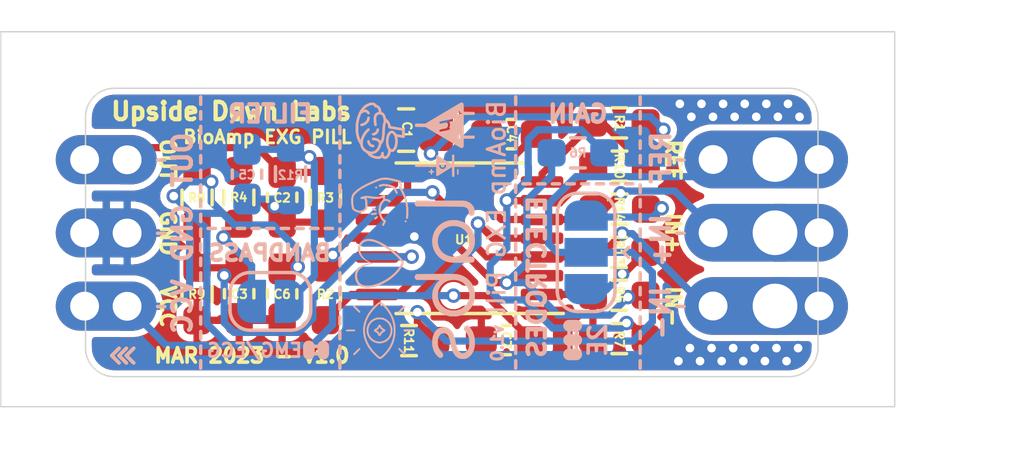
<source format=kicad_pcb>
(kicad_pcb (version 20240108) (generator "pcbnew") (generator_version "8.0")
  (title_block (title "BioAmp EXG Pill") (date "2023-04-27") (rev "1.0") (company "Upside Down Labs") (comment 1 "Records EMG, ECG, EOG, and EEG") (comment 2 "5v compatible EXG Hardware") (comment 3 "Single chip Biopotential amplifier") (comment 4 "Quad-OpAmp based BioAmp"))
  (layers (0 "F.Cu" signal) (31 "B.Cu" signal) (34 "B.Paste" user) (35 "F.Paste" user) (36 "B.SilkS" user "B.Silkscreen") (37 "F.SilkS" user "F.Silkscreen") (38 "B.Mask" user) (39 "F.Mask" user) (44 "Edge.Cuts" user))
  (net 0 "")
  (net 1 "VCC")
  (net 2 "GND")
  (net 3 "bpfOUT")
  (net 4 "DRL")
  (net 5 "ampRef")
  (net 6 "inaOUT")
  (net 7 "IN+")
  (net 8 "IN-")
  (net 9 "Net-(JP1-Pad1)")
  (net 10 "bpfIN")
  (net 11 "Net-(JP2-Pad1)")
  (net 12 "Net-(C1-Pad2)")
  (net 13 "Net-(C3-Pad1)")
  (net 14 "Net-(JP2-Pad3)")
  (net 15 "Net-(R5-Pad1)")
  (net 16 "Net-(R2-Pad1)")
  (net 17 "Net-(R10-Pad2)")
  (footprint "Capacitor_SMD:C_0805_2012Metric_Pad1.18x1.45mm_HandSolder" (layer "F.Cu") (at 122.059 90.91)
    (property "Reference" "C1")
    (property "Value" "47uF")
  )
  (footprint "Capacitor_SMD:C_0603_1608Metric_Pad1.08x0.95mm_HandSolder" (layer "F.Cu") (at 117.759 93.24 -90)
    (property "Reference" "C2")
    (property "Value" "1nF")
  )
  (footprint "Capacitor_SMD:C_0603_1608Metric_Pad1.08x0.95mm_HandSolder" (layer "F.Cu") (at 116.2685 96.5835 -90)
    (property "Reference" "C3")
    (property "Value" "10uF")
  )
  (footprint "Connector_PinHeader_2.54mm:PinHeader_1x03_P2.54mm_Vertical" (layer "F.Cu") (at 132.7023 91.93)
    (property "Reference" "J2" (hide yes))
    (property "Value" "BioAmp Input" (hide yes))
  )
  (footprint "Resistor_SMD:R_0603_1608Metric_Pad0.98x0.95mm_HandSolder" (layer "F.Cu") (at 119.259 96.59 -90)
    (property "Reference" "R2")
    (property "Value" "220K")
  )
  (footprint "Resistor_SMD:R_0603_1608Metric_Pad0.98x0.95mm_HandSolder" (layer "F.Cu") (at 129.449 96.64)
    (property "Reference" "R5")
    (property "Value" "22K")
  )
  (footprint "Resistor_SMD:R_0603_1608Metric_Pad0.98x0.95mm_HandSolder" (layer "F.Cu") (at 129.449 98.14 180)
    (property "Reference" "R7")
    (property "Value" "22K")
  )
  (footprint "Resistor_SMD:R_0603_1608Metric_Pad0.98x0.95mm_HandSolder" (layer "F.Cu") (at 129.459 92.16 180)
    (property "Reference" "R10")
    (property "Value" "220K")
  )
  (footprint "Resistor_SMD:R_0603_1608Metric_Pad0.98x0.95mm_HandSolder" (layer "F.Cu") (at 129.449 90.66 180)
    (property "Reference" "R1")
    (property "Value" "1K" (hide yes))
  )
  (footprint "Resistor_SMD:R_0603_1608Metric_Pad0.98x0.95mm_HandSolder" (layer "F.Cu") (at 119.259 93.24 -90)
    (property "Reference" "R3")
    (property "Value" "1M")
  )
  (footprint "Resistor_SMD:R_0603_1608Metric_Pad0.98x0.95mm_HandSolder" (layer "F.Cu") (at 114.808 93.2453 90)
    (property "Reference" "R8")
    (property "Value" "1M")
  )
  (footprint "Resistor_SMD:R_0603_1608Metric_Pad0.98x0.95mm_HandSolder" (layer "F.Cu") (at 114.808 96.5962 90)
    (property "Reference" "R9")
    (property "Value" "1M")
  )
  (footprint "Capacitor_SMD:C_0603_1608Metric_Pad1.08x0.95mm_HandSolder" (layer "F.Cu") (at 125.529 98.19)
    (property "Reference" "C7")
    (property "Value" "10uF" (hide yes))
  )
  (footprint "Capacitor_SMD:C_0603_1608Metric_Pad1.08x0.95mm_HandSolder" (layer "F.Cu") (at 117.759 96.59 90)
    (property "Reference" "C6")
    (property "Value" "100nF")
  )
  (footprint "Connector_PinHeader_2.54mm:PinHeader_1x03_P2.54mm_Vertical" (layer "F.Cu") (at 112.3828 91.94)
    (property "Reference" "J1" (hide yes))
    (property "Value" "BioAmp Output" (hide yes))
  )
  (footprint "Resistor_SMD:R_0603_1608Metric_Pad0.98x0.95mm_HandSolder" (layer "F.Cu") (at 122.159 98.21 180)
    (property "Reference" "R11")
    (property "Value" "0R")
  )
  (footprint "Package_SO:TSSOP-14_4.4x5mm_P0.65mm" (layer "F.Cu") (at 123.909 94.66 180)
    (property "Reference" "U1")
    (property "Value" "Amp")
  )
  (footprint "Connector_PinHeader_2.54mm:PinHeader_1x03_P2.54mm_Vertical" (layer "F.Cu") (at 110.9091 91.9353)
    (property "Reference" "J1" (hide yes))
    (property "Value" "BioAmp Output" (hide yes))
  )
  (footprint "Connector_PinHeader_2.54mm:PinHeader_1x03_P2.54mm_Vertical" (layer "F.Cu") (at 136.38 91.93)
    (property "Reference" "J2" (hide yes))
    (property "Value" "BioAmp Input" (hide yes))
  )
  (footprint "Resistor_SMD:R_0603_1608Metric_Pad0.98x0.95mm_HandSolder" (layer "F.Cu") (at 129.4638 93.6498)
    (property "Reference" "R14")
    (property "Value" "1M")
  )
  (footprint "Resistor_SMD:R_0603_1608Metric_Pad0.98x0.95mm_HandSolder" (layer "F.Cu") (at 129.4403 95.1484 180)
    (property "Reference" "R13")
    (property "Value" "1M")
  )
  (footprint "Capacitor_SMD:C_0603_1608Metric_Pad1.08x0.95mm_HandSolder" (layer "F.Cu") (at 125.709 91.05 180)
    (property "Reference" "C4")
    (property "Value" "1nF")
  )
  (footprint "Connector_PinHeader_2.54mm:PinHeader_1x03_P2.54mm_Vertical" (layer "F.Cu") (at 134.85 91.93)
    (property "Reference" "J2" (hide yes))
    (property "Value" "BioAmp Input" (hide yes))
  )
  (footprint "Resistor_SMD:R_0603_1608Metric_Pad0.98x0.95mm_HandSolder" (layer "F.Cu") (at 116.2558 93.2434 90)
    (property "Reference" "R4")
    (property "Value" "220K")
  )
  (footprint "Resistor_SMD:R_0603_1608Metric_Pad0.98x0.95mm_HandSolder" (layer "B.Cu") (at 128.016 91.7 180)
    (property "Reference" "R6")
    (property "Value" "RG")
  )
  (footprint "Jumper:SolderJumper-3_P1.3mm_Open_RoundedPad1.0x1.5mm" (layer "B.Cu") (at 128.3 95.15 90)
    (property "Reference" "JP2" (hide yes))
    (property "Value" "SolderJumper_3_Open" (hide yes))
  )
  (footprint "Capacitor_SMD:C_0603_1608Metric_Pad1.08x0.95mm_HandSolder" (layer "B.Cu") (at 116.54 92.44 -90)
    (property "Reference" "C5")
    (property "Value" "BPFC_C")
  )
  (footprint "Jumper:SolderJumper-2_P1.3mm_Open_RoundedPad1.0x1.5mm" (layer "B.Cu") (at 117.35 96.85)
    (property "Reference" "JP1" (hide yes))
    (property "Value" "SolderJumper_2_Open" (hide yes))
  )
  (footprint "Resistor_SMD:R_0603_1608Metric_Pad0.98x0.95mm_HandSolder" (layer "B.Cu") (at 118.05 92.4325 -90)
    (property "Reference" "R12")
    (property "Value" "BPFC_R")
  )
  (footprint "udlabs:EXG" (layer "B.Cu") (at 122.2 94.4 -90)
    (property "Reference" "U2" (hide yes))
    (property "Value" "LOGO_UDLABS" (hide yes))
  )
  (gr_line (start 112.1029 98.7298) (end 112.3569 98.4758) (stroke (width 0.12)) (layer "B.SilkS"))
  (gr_line (start 112.3569 98.9838) (end 112.1029 98.7298) (stroke (width 0.12)) (layer "B.SilkS"))
  (gr_line (start 111.8489 98.7298) (end 112.1029 98.4758) (stroke (width 0.12)) (layer "B.SilkS"))
  (gr_line (start 112.1029 98.9838) (end 111.8489 98.7298) (stroke (width 0.12)) (layer "B.SilkS"))
  (gr_line (start 112.6109 98.9838) (end 112.3569 98.7298) (stroke (width 0.12)) (layer "B.SilkS"))
  (gr_line (start 112.3569 98.7298) (end 112.6109 98.4758) (stroke (width 0.12)) (layer "B.SilkS"))
  (gr_line (start 114.935 89.7636) (end 114.935 90.0176) (stroke (width 0.12)) (layer "B.SilkS"))
  (gr_line (start 114.935 90.7796) (end 114.935 91.0336) (stroke (width 0.12)) (layer "B.SilkS"))
  (gr_line (start 114.935 90.2716) (end 114.935 90.5256) (stroke (width 0.12)) (layer "B.SilkS"))
  (gr_line (start 114.935 91.7956) (end 114.935 92.0496) (stroke (width 0.12)) (layer "B.SilkS"))
  (gr_line (start 114.935 91.2876) (end 114.935 91.5416) (stroke (width 0.12)) (layer "B.SilkS"))
  (gr_line (start 114.935 92.8116) (end 114.935 93.0656) (stroke (width 0.12)) (layer "B.SilkS"))
  (gr_line (start 114.935 92.3036) (end 114.935 92.5576) (stroke (width 0.12)) (layer "B.SilkS"))
  (gr_line (start 114.935 93.8276) (end 114.935 94.0816) (stroke (width 0.12)) (layer "B.SilkS"))
  (gr_line (start 114.935 95.8596) (end 114.935 96.1136) (stroke (width 0.12)) (layer "B.SilkS"))
  (gr_line (start 114.935 95.3516) (end 114.935 95.6056) (stroke (width 0.12)) (layer "B.SilkS"))
  (gr_line (start 114.935 96.8756) (end 114.935 97.1296) (stroke (width 0.12)) (layer "B.SilkS"))
  (gr_line (start 114.935 93.3196) (end 114.935 93.5736) (stroke (width 0.12)) (layer "B.SilkS"))
  (gr_line (start 114.935 96.3676) (end 114.935 96.6216) (stroke (width 0.12)) (layer "B.SilkS"))
  (gr_line (start 114.935 94.8436) (end 114.935 95.0976) (stroke (width 0.12)) (layer "B.SilkS"))
  (gr_line (start 114.935 94.3356) (end 114.935 94.5896) (stroke (width 0.12)) (layer "B.SilkS"))
  (gr_line (start 114.935 97.3836) (end 114.935 97.6376) (stroke (width 0.12)) (layer "B.SilkS"))
  (gr_line (start 114.935 98.3996) (end 114.935 98.6536) (stroke (width 0.12)) (layer "B.SilkS"))
  (gr_line (start 114.935 98.9076) (end 114.935 99.1616) (stroke (width 0.12)) (layer "B.SilkS"))
  (gr_line (start 114.935 97.8916) (end 114.935 98.1456) (stroke (width 0.12)) (layer "B.SilkS"))
  (gr_line (start 113.4364 97.028) (end 113.6904 97.028) (stroke (width 0.12)) (layer "B.SilkS"))
  (gr_line (start 113.4364 94.488) (end 113.6904 94.488) (stroke (width 0.12)) (layer "B.SilkS"))
  (gr_line (start 113.4364 91.948) (end 113.6904 91.948) (stroke (width 0.12)) (layer "B.SilkS"))
  (gr_line (start 131.445 97.028) (end 131.699 97.028) (stroke (width 0.12)) (layer "B.SilkS"))
  (gr_line (start 131.445 94.488) (end 131.699 94.488) (stroke (width 0.12)) (layer "B.SilkS"))
  (gr_line (start 131.445 91.948) (end 131.699 91.948) (stroke (width 0.12)) (layer "B.SilkS"))
  (gr_line (start 130.175 89.7636) (end 130.175 90.0176) (stroke (width 0.12)) (layer "B.SilkS"))
  (gr_line (start 130.175 97.3836) (end 130.175 97.6376) (stroke (width 0.12)) (layer "B.SilkS"))
  (gr_line (start 130.175 91.7956) (end 130.175 92.0496) (stroke (width 0.12)) (layer "B.SilkS"))
  (gr_line (start 130.175 93.3196) (end 130.175 93.5736) (stroke (width 0.12)) (layer "B.SilkS"))
  (gr_line (start 130.175 91.2876) (end 130.175 91.5416) (stroke (width 0.12)) (layer "B.SilkS"))
  (gr_line (start 130.175 98.9076) (end 130.175 99.1616) (stroke (width 0.12)) (layer "B.SilkS"))
  (gr_line (start 130.175 92.8116) (end 130.175 93.0656) (stroke (width 0.12)) (layer "B.SilkS"))
  (gr_line (start 130.175 94.8436) (end 130.175 95.0976) (stroke (width 0.12)) (layer "B.SilkS"))
  (gr_line (start 130.175 96.8756) (end 130.175 97.1296) (stroke (width 0.12)) (layer "B.SilkS"))
  (gr_line (start 130.175 95.8596) (end 130.175 96.1136) (stroke (width 0.12)) (layer "B.SilkS"))
  (gr_line (start 130.175 98.3996) (end 130.175 98.6536) (stroke (width 0.12)) (layer "B.SilkS"))
  (gr_line (start 130.175 93.8276) (end 130.175 94.0816) (stroke (width 0.12)) (layer "B.SilkS"))
  (gr_line (start 130.175 96.3676) (end 130.175 96.6216) (stroke (width 0.12)) (layer "B.SilkS"))
  (gr_line (start 130.175 92.3036) (end 130.175 92.5576) (stroke (width 0.12)) (layer "B.SilkS"))
  (gr_line (start 130.175 97.8916) (end 130.175 98.1456) (stroke (width 0.12)) (layer "B.SilkS"))
  (gr_line (start 130.175 90.7796) (end 130.175 91.0336) (stroke (width 0.12)) (layer "B.SilkS"))
  (gr_line (start 130.175 90.2716) (end 130.175 90.5256) (stroke (width 0.12)) (layer "B.SilkS"))
  (gr_line (start 130.175 94.3356) (end 130.175 94.5896) (stroke (width 0.12)) (layer "B.SilkS"))
  (gr_line (start 130.175 95.3516) (end 130.175 95.6056) (stroke (width 0.12)) (layer "B.SilkS"))
  (gr_line (start 119.761 89.7636) (end 119.761 90.0176) (stroke (width 0.12)) (layer "B.SilkS"))
  (gr_line (start 119.761 97.3836) (end 119.761 97.6376) (stroke (width 0.12)) (layer "B.SilkS"))
  (gr_line (start 119.761 91.7956) (end 119.761 92.0496) (stroke (width 0.12)) (layer "B.SilkS"))
  (gr_line (start 119.761 93.3196) (end 119.761 93.5736) (stroke (width 0.12)) (layer "B.SilkS"))
  (gr_line (start 119.761 91.2876) (end 119.761 91.5416) (stroke (width 0.12)) (layer "B.SilkS"))
  (gr_line (start 119.761 98.9076) (end 119.761 99.1616) (stroke (width 0.12)) (layer "B.SilkS"))
  (gr_line (start 119.761 92.8116) (end 119.761 93.0656) (stroke (width 0.12)) (layer "B.SilkS"))
  (gr_line (start 119.761 94.8436) (end 119.761 95.0976) (stroke (width 0.12)) (layer "B.SilkS"))
  (gr_line (start 119.761 96.8756) (end 119.761 97.1296) (stroke (width 0.12)) (layer "B.SilkS"))
  (gr_line (start 119.761 95.8596) (end 119.761 96.1136) (stroke (width 0.12)) (layer "B.SilkS"))
  (gr_line (start 119.761 98.3996) (end 119.761 98.6536) (stroke (width 0.12)) (layer "B.SilkS"))
  (gr_line (start 119.761 93.8276) (end 119.761 94.0816) (stroke (width 0.12)) (layer "B.SilkS"))
  (gr_line (start 119.761 96.3676) (end 119.761 96.6216) (stroke (width 0.12)) (layer "B.SilkS"))
  (gr_line (start 119.761 92.3036) (end 119.761 92.5576) (stroke (width 0.12)) (layer "B.SilkS"))
  (gr_line (start 119.761 97.8916) (end 119.761 98.1456) (stroke (width 0.12)) (layer "B.SilkS"))
  (gr_line (start 119.761 90.7796) (end 119.761 91.0336) (stroke (width 0.12)) (layer "B.SilkS"))
  (gr_line (start 119.761 90.2716) (end 119.761 90.5256) (stroke (width 0.12)) (layer "B.SilkS"))
  (gr_line (start 119.761 94.3356) (end 119.761 94.5896) (stroke (width 0.12)) (layer "B.SilkS"))
  (gr_line (start 119.761 95.3516) (end 119.761 95.6056) (stroke (width 0.12)) (layer "B.SilkS"))
  (gr_line (start 125.857 89.7636) (end 125.857 90.0176) (stroke (width 0.12)) (layer "B.SilkS"))
  (gr_line (start 125.857 97.3836) (end 125.857 97.6376) (stroke (width 0.12)) (layer "B.SilkS"))
  (gr_line (start 125.857 91.7956) (end 125.857 92.0496) (stroke (width 0.12)) (layer "B.SilkS"))
  (gr_line (start 125.857 93.3196) (end 125.857 93.5736) (stroke (width 0.12)) (layer "B.SilkS"))
  (gr_line (start 125.857 91.2876) (end 125.857 91.5416) (stroke (width 0.12)) (layer "B.SilkS"))
  (gr_line (start 125.857 98.9076) (end 125.857 99.1616) (stroke (width 0.12)) (layer "B.SilkS"))
  (gr_line (start 125.857 92.8116) (end 125.857 93.0656) (stroke (width 0.12)) (layer "B.SilkS"))
  (gr_line (start 125.857 94.8436) (end 125.857 95.0976) (stroke (width 0.12)) (layer "B.SilkS"))
  (gr_line (start 125.857 96.8756) (end 125.857 97.1296) (stroke (width 0.12)) (layer "B.SilkS"))
  (gr_line (start 125.857 95.8596) (end 125.857 96.1136) (stroke (width 0.12)) (layer "B.SilkS"))
  (gr_line (start 125.857 98.3996) (end 125.857 98.6536) (stroke (width 0.12)) (layer "B.SilkS"))
  (gr_line (start 125.857 93.8276) (end 125.857 94.0816) (stroke (width 0.12)) (layer "B.SilkS"))
  (gr_line (start 125.857 96.3676) (end 125.857 96.6216) (stroke (width 0.12)) (layer "B.SilkS"))
  (gr_line (start 125.857 92.3036) (end 125.857 92.5576) (stroke (width 0.12)) (layer "B.SilkS"))
  (gr_line (start 125.857 97.8916) (end 125.857 98.1456) (stroke (width 0.12)) (layer "B.SilkS"))
  (gr_line (start 125.857 90.7796) (end 125.857 91.0336) (stroke (width 0.12)) (layer "B.SilkS"))
  (gr_line (start 125.857 90.2716) (end 125.857 90.5256) (stroke (width 0.12)) (layer "B.SilkS"))
  (gr_line (start 125.857 94.3356) (end 125.857 94.5896) (stroke (width 0.12)) (layer "B.SilkS"))
  (gr_line (start 125.857 95.3516) (end 125.857 95.6056) (stroke (width 0.12)) (layer "B.SilkS"))
  (gr_line (start 118.6851 98.6637) (end 118.6851 98.4097) (stroke (width 0.4)) (layer "B.SilkS"))
  (gr_line (start 115.189 94.3205) (end 115.443 94.3205) (stroke (width 0.12)) (layer "B.SilkS"))
  (gr_line (start 118.237 94.3205) (end 118.491 94.3205) (stroke (width 0.12)) (layer "B.SilkS"))
  (gr_line (start 116.713 94.3205) (end 116.967 94.3205) (stroke (width 0.12)) (layer "B.SilkS"))
  (gr_line (start 117.729 94.3205) (end 117.983 94.3205) (stroke (width 0.12)) (layer "B.SilkS"))
  (gr_line (start 119.253 94.3205) (end 119.507 94.3205) (stroke (width 0.12)) (layer "B.SilkS"))
  (gr_line (start 118.745 94.3205) (end 118.999 94.3205) (stroke (width 0.12)) (layer "B.SilkS"))
  (gr_line (start 117.221 94.3205) (end 117.475 94.3205) (stroke (width 0.12)) (layer "B.SilkS"))
  (gr_line (start 115.697 94.3205) (end 115.951 94.3205) (stroke (width 0.12)) (layer "B.SilkS"))
  (gr_line (start 116.205 94.3205) (end 116.459 94.3205) (stroke (width 0.12)) (layer "B.SilkS"))
  (gr_line (start 128.143 92.7735) (end 128.397 92.7735) (stroke (width 0.12)) (layer "B.SilkS"))
  (gr_line (start 127.127 92.7735) (end 127.381 92.7735) (stroke (width 0.12)) (layer "B.SilkS"))
  (gr_line (start 126.619 92.7735) (end 126.873 92.7735) (stroke (width 0.12)) (layer "B.SilkS"))
  (gr_line (start 129.667 92.7735) (end 129.921 92.7735) (stroke (width 0.12)) (layer "B.SilkS"))
  (gr_line (start 127.635 92.7735) (end 127.889 92.7735) (stroke (width 0.12)) (layer "B.SilkS"))
  (gr_line (start 128.651 92.7735) (end 128.905 92.7735) (stroke (width 0.12)) (layer "B.SilkS"))
  (gr_line (start 129.159 92.7735) (end 129.413 92.7735) (stroke (width 0.12)) (layer "B.SilkS"))
  (gr_line (start 126.111 92.7735) (end 126.365 92.7735) (stroke (width 0.12)) (layer "B.SilkS"))
  (gr_line (start 127.706 97.69) (end 127.96 97.69) (stroke (width 0.4)) (layer "B.SilkS"))
  (gr_line (start 127.706 98.19) (end 127.96 98.19) (stroke (width 0.4)) (layer "B.SilkS"))
  (gr_line (start 127.706 98.69) (end 127.96 98.69) (stroke (width 0.4)) (layer "B.SilkS"))
  (gr_line (start 127.706 97.69) (end 127.706 98.19) (stroke (width 0.12)) (layer "B.SilkS"))
  (gr_line (start 127.706 98.19) (end 127.706 98.69) (stroke (width 0.12)) (layer "B.SilkS"))
  (gr_line (start 127.96 97.69) (end 127.96 98.19) (stroke (width 0.12)) (layer "B.SilkS"))
  (gr_line (start 127.96 98.19) (end 127.96 98.69) (stroke (width 0.12)) (layer "B.SilkS"))
  (gr_line (start 119.1851 98.6637) (end 119.1851 98.4097) (stroke (width 0.4)) (layer "B.SilkS"))
  (gr_line (start 118.6851 98.6637) (end 119.1851 98.6637) (stroke (width 0.12)) (layer "B.SilkS"))
  (gr_line (start 119.1851 98.4097) (end 118.6851 98.4097) (stroke (width 0.12)) (layer "B.SilkS"))
  (gr_line (start 129.596 95.15) (end 129.775605 94.970395) (stroke (width 0.12)) (layer "B.SilkS"))
  (gr_line (start 129.775605 95.329605) (end 129.596 95.15) (stroke (width 0.12)) (layer "B.SilkS"))
  (gr_line (start 112.1029 98.7298) (end 112.3569 98.9838) (stroke (width 0.12)) (layer "F.SilkS"))
  (gr_line (start 111.8489 98.7298) (end 112.1029 98.9838) (stroke (width 0.12)) (layer "F.SilkS"))
  (gr_line (start 112.3569 98.7298) (end 112.6109 98.9838) (stroke (width 0.12)) (layer "F.SilkS"))
  (gr_line (start 112.1029 98.4758) (end 111.8489 98.7298) (stroke (width 0.12)) (layer "F.SilkS"))
  (gr_line (start 112.3569 98.4758) (end 112.1029 98.7298) (stroke (width 0.12)) (layer "F.SilkS"))
  (gr_line (start 112.6109 98.4758) (end 112.3569 98.7298) (stroke (width 0.12)) (layer "F.SilkS"))
  (gr_arc (start 136.34 98.46) (mid 136.047107 99.167107) (end 135.34 99.46) (stroke (width 0.05)) (layer "Edge.Cuts"))
  (gr_arc (start 135.34 89.46) (mid 136.047107 89.752893) (end 136.34 90.46) (stroke (width 0.05)) (layer "Edge.Cuts"))
  (gr_arc (start 111.94 99.46) (mid 111.232893 99.167107) (end 110.94 98.46) (stroke (width 0.05)) (layer "Edge.Cuts"))
  (gr_line (start 136.34 90.46) (end 136.34 98.46) (stroke (width 0.05)) (layer "Edge.Cuts"))
  (gr_line (start 110.94 98.46) (end 110.94 90.46) (stroke (width 0.05)) (layer "Edge.Cuts"))
  (gr_line (start 111.94 99.46) (end 135.34 99.46) (stroke (width 0.05)) (layer "Edge.Cuts"))
  (gr_line (start 111.94 89.46) (end 135.34 89.46) (stroke (width 0.05)) (layer "Edge.Cuts"))
  (gr_arc (start 110.94 90.46) (mid 111.232893 89.752893) (end 111.94 89.46) (stroke (width 0.05)) (layer "Edge.Cuts"))
  (gr_rect (start 108 87.5) (end 139 100.5) (stroke (width 0.05)) (fill none) (layer "Edge.Cuts"))
  (gr_text "v1.0" (at 125.222 98.298 90) (layer "B.SilkS") (effects (font (size 0.4 0.4) (thickness 0.1)) (justify mirror)))
  (gr_text "IN+" (at 130.8989 94.742 90) (layer "B.SilkS") (effects (font (size 0.65 0.65)) (justify mirror)))
  (gr_text "IN-" (at 130.8989 97.2566 90) (layer "B.SilkS") (effects (font (size 0.65 0.65)) (justify mirror)))
  (gr_text "OUT" (at 114.3 91.948 90) (layer "B.SilkS") (effects (font (size 0.65 0.65)) (justify mirror)))
  (gr_text "GND" (at 114.3 94.488 90) (layer "B.SilkS") (effects (font (size 0.65 0.65)) (justify mirror)))
  (gr_text "VCC" (at 114.3 97.028 90) (layer "B.SilkS") (effects (font (size 0.65 0.65)) (justify mirror)))
  (gr_text "FILTER" (at 117.348 90.3446 0) (layer "B.SilkS") (effects (font (size 0.6 0.6)) (justify mirror)))
  (gr_text "GAIN" (at 128.016 90.35 0) (layer "B.SilkS") (effects (font (size 0.6 0.6)) (justify mirror)))
  (gr_text "BANDPASS" (at 117.325 95.17 0) (layer "B.SilkS") (effects (font (size 0.55 0.55) (thickness 0.1375)) (justify mirror)))
  (gr_text "EMG/ECG" (at 116.8 98.55 0) (layer "B.SilkS") (effects (font (size 0.47 0.47) (thickness 0.1)) (justify mirror)))
  (gr_text "2E" (at 128.7 98.2 90) (layer "B.SilkS") (effects (font (size 0.6 0.6) (thickness 0.125)) (justify mirror)))
  (gr_text "ELECTRODES" (at 126.6 96 90) (layer "B.SilkS") (effects (font (size 0.6 0.6)) (justify mirror)))
  (gr_text "BioAmp EXG Pill" (at 125.1966 93.599 90) (layer "B.SilkS") (effects (font (size 0.6 0.6) (thickness 0.1)) (justify mirror)))
  (gr_text "REF" (at 130.8989 91.8845 90) (layer "B.SilkS") (effects (font (size 0.65 0.65)) (justify mirror)))
  (gr_text "OUT" (at 113.792 91.948 -90) (layer "F.SilkS") (effects (font (size 0.5 0.5) (thickness 0.125))))
  (gr_text "GND" (at 113.792 94.488 -90) (layer "F.SilkS") (effects (font (size 0.5 0.5) (thickness 0.125))))
  (gr_text "VCC" (at 113.792 97.028 -90) (layer "F.SilkS") (effects (font (size 0.5 0.5) (thickness 0.125))))
  (gr_text "IN-" (at 131.318 97.028 270) (layer "F.SilkS") (effects (font (size 0.5 0.5) (thickness 0.125))))
  (gr_text "IN+" (at 131.318 94.488 270) (layer "F.SilkS") (effects (font (size 0.5 0.5) (thickness 0.125))))
  (gr_text "REF" (at 131.318 91.948 270) (layer "F.SilkS") (effects (font (size 0.5 0.5) (thickness 0.125))))
  (gr_text "MAR 2023 - v1.0" (at 116.713 98.7298 0) (layer "F.SilkS") (effects (font (size 0.5 0.5) (thickness 0.125))))
  (gr_text "Upside Down Labs" (at 115.9955 90.26 0) (layer "F.SilkS") (effects (font (size 0.6 0.6))))
  (gr_text "BioAmp EXG PILL" (at 117.25 91.15 0) (layer "F.SilkS") (effects (font (size 0.45 0.45) (thickness 0.1))))
  (segment (start 118.3 95.65) (end 117.8365 95.65) (width 0.25) (layer "F.Cu") (net 1))
  (segment (start 114.808 92.392) (end 114 93.2) (width 0.25) (layer "F.Cu") (net 1))
  (segment (start 126.3915 98.19) (end 124.8515 96.65) (width 0.25) (layer "F.Cu") (net 1))
  (segment (start 114.9328 92.3328) (end 115.3 92.7) (width 0.25) (layer "F.Cu") (net 1))
  (segment (start 114.808 92.3328) (end 114.9328 92.3328) (width 0.25) (layer "F.Cu") (net 1))
  (segment (start 126.7715 94.66) (end 125.06 94.66) (width 0.25) (layer "F.Cu") (net 1))
  (segment (start 124.8515 96.65) (end 123.7 96.65) (width 0.25) (layer "F.Cu") (net 1))
  (segment (start 125.06 94.66) (end 124.55 94.15) (width 0.25) (layer "F.Cu") (net 1))
  (segment (start 114.808 92.3328) (end 114.808 92.392) (width 0.25) (layer "F.Cu") (net 1))
  (segment (start 117.8365 95.65) (end 117.759 95.7275) (width 0.25) (layer "F.Cu") (net 1))
  (via (at 123.7 96.65) (size 0.5) (drill 0.3) (layers "F.Cu" "B.Cu") (net 1))
  (via (at 115.3 92.7) (size 0.5) (drill 0.3) (layers "F.Cu" "B.Cu") (net 1))
  (via (at 118.3 95.65) (size 0.5) (drill 0.3) (layers "F.Cu" "B.Cu") (net 1))
  (via (at 124.55 94.15) (size 0.5) (drill 0.3) (layers "F.Cu" "B.Cu") (net 1))
  (via (at 114 93.2) (size 0.5) (drill 0.3) (layers "F.Cu" "B.Cu") (net 1))
  (segment (start 115.14812 94.34812) (end 114.59551 93.79551) (width 0.25) (layer "B.Cu") (net 1))
  (segment (start 118.3 95.05) (end 118.3 95.65) (width 0.25) (layer "B.Cu") (net 1))
  (segment (start 123.7 96.65) (end 122.75 96.65) (width 0.25) (layer "B.Cu") (net 1))
  (segment (start 114.55 93.75) (end 114 93.2) (width 0.25) (layer "B.Cu") (net 1))
  (segment (start 117.45 94.2) (end 118.3 95.05) (width 0.25) (layer "B.Cu") (net 1))
  (segment (start 115.7 93.79551) (end 115.902245 93.997755) (width 0.25) (layer "B.Cu") (net 1))
  (segment (start 114.5 92.7) (end 114 93.2) (width 0.25) (layer "B.Cu") (net 1))
  (segment (start 115.901019 98.375019) (end 115.14812 97.62212) (width 0.25) (layer "B.Cu") (net 1))
  (segment (start 114.03 97.02) (end 114.55 96.5) (width 0.25) (layer "B.Cu") (net 1))
  (segment (start 118.794981 98.375019) (end 116.175271 98.375019) (width 0.25) (layer "B.Cu") (net 1))
  (segment (start 113.737819 98.375019) (end 112.3828 97.02) (width 0.25) (layer "B.Cu") (net 1))
  (segment (start 115.3 92.7) (end 115.3 93.39551) (width 0.25) (layer "B.Cu") (net 1))
  (segment (start 119.6 96.65) (end 119.507 96.743) (width 0.25) (layer "B.Cu") (net 1))
  (segment (start 115.3 93.39551) (end 115.902245 93.997755) (width 0.25) (layer "B.Cu") (net 1))
  (segment (start 119.507 97.663) (end 118.794981 98.375019) (width 0.25) (layer "B.Cu") (net 1))
  (segment (start 115.902245 93.997755) (end 116.10449 94.2) (width 0.25) (layer "B.Cu") (net 1))
  (segment (start 124.55 94.15) (end 124.55 94.85) (width 0.25) (layer "B.Cu") (net 1))
  (segment (start 115.7 93.79551) (end 114.59551 93.79551) (width 0.25) (layer "B.Cu") (net 1))
  (segment (start 114.55 96.5) (end 114.55 93.75) (width 0.25) (layer "B.Cu") (net 1))
  (segment (start 112.3828 97.02) (end 114.03 97.02) (width 0.25) (layer "B.Cu") (net 1))
  (segment (start 116.175271 98.375019) (end 115.901019 98.375019) (width 0.25) (layer "B.Cu") (net 1))
  (segment (start 115.3 92.7) (end 114.5 92.7) (width 0.25) (layer "B.Cu") (net 1))
  (segment (start 116.175271 98.375019) (end 113.737819 98.375019) (width 0.25) (layer "B.Cu") (net 1))
  (segment (start 115.14812 97.62212) (end 115.14812 94.34812) (width 0.25) (layer "B.Cu") (net 1))
  (segment (start 116.10449 94.2) (end 117.45 94.2) (width 0.25) (layer "B.Cu") (net 1))
  (segment (start 124.55 94.85) (end 122.75 96.65) (width 0.25) (layer "B.Cu") (net 1))
  (segment (start 119.507 96.743) (end 119.507 97.663) (width 0.25) (layer "B.Cu") (net 1))
  (segment (start 122.75 96.65) (end 119.6 96.65) (width 0.25) (layer "B.Cu") (net 1))
  (segment (start 114.59551 93.79551) (end 114 93.2) (width 0.25) (layer "B.Cu") (net 1))
  (segment (start 114.808 97.5087) (end 117.7028 97.5087) (width 0.25) (layer "F.Cu") (net 2))
  (segment (start 122.285461 94.66) (end 122.343575 94.601886) (width 0.25) (layer "F.Cu") (net 2))
  (segment (start 117.7028 97.5087) (end 117.759 97.4525) (width 0.25) (layer "F.Cu") (net 2))
  (segment (start 121.0465 94.66) (end 122.285461 94.66) (width 0.25) (layer "F.Cu") (net 2))
  (via (at 131.95 90.45) (size 0.5) (drill 0.3) (layers "F.Cu" "B.Cu") (net 2))
  (via (at 132.7 90.45) (size 0.5) (drill 0.3) (layers "F.Cu" "B.Cu") (net 2))
  (via (at 133.45 90.45) (size 0.5) (drill 0.3) (layers "F.Cu" "B.Cu") (net 2))
  (via (at 134.2 90.45) (size 0.5) (drill 0.3) (layers "F.Cu" "B.Cu") (net 2))
  (via (at 134.95 90.45) (size 0.5) (drill 0.3) (layers "F.Cu" "B.Cu") (net 2))
  (via (at 135.7 90.45) (size 0.5) (drill 0.3) (layers "F.Cu" "B.Cu") (net 2))
  (via (at 132.3 90) (size 0.5) (drill 0.3) (layers "F.Cu" "B.Cu") (net 2))
  (via (at 135.3 90) (size 0.5) (drill 0.3) (layers "F.Cu" "B.Cu") (net 2))
  (via (at 134.55 90) (size 0.5) (drill 0.3) (layers "F.Cu" "B.Cu") (net 2))
  (via (at 131.55 90) (size 0.5) (drill 0.3) (layers "F.Cu" "B.Cu") (net 2))
  (via (at 133.05 90) (size 0.5) (drill 0.3) (layers "F.Cu" "B.Cu") (net 2))
  (via (at 133.8 90) (size 0.5) (drill 0.3) (layers "F.Cu" "B.Cu") (net 2))
  (via (at 135.25 98.92) (size 0.5) (drill 0.3) (layers "F.Cu" "B.Cu") (net 2))
  (via (at 133 98.92) (size 0.5) (drill 0.3) (layers "F.Cu" "B.Cu") (net 2))
  (via (at 132.65 98.47) (size 0.5) (drill 0.3) (layers "F.Cu" "B.Cu") (net 2))
  (via (at 135.65 98.47) (size 0.5) (drill 0.3) (layers "F.Cu" "B.Cu") (net 2))
  (via (at 132.25 98.92) (size 0.5) (drill 0.3) (layers "F.Cu" "B.Cu") (net 2))
  (via (at 134.9 98.47) (size 0.5) (drill 0.3) (layers "F.Cu" "B.Cu") (net 2))
  (via (at 131.5 98.92) (size 0.5) (drill 0.3) (layers "F.Cu" "B.Cu") (net 2))
  (via (at 131.9 98.47) (size 0.5) (drill 0.3) (layers "F.Cu" "B.Cu") (net 2))
  (via (at 133.4 98.47) (size 0.5) (drill 0.3) (layers "F.Cu" "B.Cu") (net 2))
  (via (at 134.5 98.92) (size 0.5) (drill 0.3) (layers "F.Cu" "B.Cu") (net 2))
  (via (at 134.15 98.47) (size 0.5) (drill 0.3) (layers "F.Cu" "B.Cu") (net 2))
  (via (at 133.75 98.92) (size 0.5) (drill 0.3) (layers "F.Cu" "B.Cu") (net 2))
  (via (at 122.343575 94.601886) (size 0.5) (drill 0.3) (layers "F.Cu" "B.Cu") (net 2))
  (segment (start 111.32601 91.51839) (end 111.29001 91.55439) (width 0.25) (layer "F.Cu") (net 3))
  (segment (start 116.89989 91.51839) (end 111.32601 91.51839) (width 0.25) (layer "F.Cu") (net 3))
  (segment (start 119.259 92.3275) (end 120.664 92.3275) (width 0.25) (layer "F.Cu") (net 3))
  (segment (start 118.7 91.85) (end 118.7815 91.85) (width 0.25) (layer "F.Cu") (net 3))
  (segment (start 119.209 92.3775) (end 119.259 92.3275) (width 0.25) (layer "F.Cu") (net 3))
  (segment (start 120.664 92.3275) (end 121.0465 92.71) (width 0.25) (layer "F.Cu") (net 3))
  (segment (start 117.759 92.3775) (end 119.209 92.3775) (width 0.25) (layer "F.Cu") (net 3))
  (segment (start 118.7815 91.85) (end 119.259 92.3275) (width 0.25) (layer "F.Cu") (net 3))
  (segment (start 117.759 92.3775) (end 116.89989 91.51839) (width 0.25) (layer "F.Cu") (net 3))
  (via (at 118.7 91.85) (size 0.5) (drill 0.3) (layers "F.Cu" "B.Cu") (net 3))
  (segment (start 118.875001 92.025001) (end 118.7 91.85) (width 0.25) (layer "B.Cu") (net 3))
  (segment (start 117.9925 91.5775) (end 118.05 91.52) (width 0.25) (layer "B.Cu") (net 3))
  (segment (start 118.875001 95.974999) (end 118.875001 92.025001) (width 0.25) (layer "B.Cu") (net 3))
  (segment (start 118 96.85) (end 118.875001 95.974999) (width 0.25) (layer "B.Cu") (net 3))
  (segment (start 118.38 91.85) (end 118.05 91.52) (width 0.25) (layer "B.Cu") (net 3))
  (segment (start 116.54 91.5775) (end 117.9925 91.5775) (width 0.25) (layer "B.Cu") (net 3))
  (segment (start 118.7 91.85) (end 118.38 91.85) (width 0.25) (layer "B.Cu") (net 3))
  (segment (start 122.45 97.5885) (end 123.0715 98.21) (width 0.25) (layer "F.Cu") (net 4))
  (segment (start 122.45 97.225) (end 122.45 97.5885) (width 0.25) (layer "F.Cu") (net 4))
  (via (at 122.45 97.225) (size 0.5) (drill 0.3) (layers "F.Cu" "B.Cu") (net 4))
  (segment (start 127 94.85) (end 127 93.472) (width 0.25) (layer "B.Cu") (net 4))
  (segment (start 129.9 95.15) (end 130.6 95.85) (width 0.25) (layer "B.Cu") (net 4))
  (segment (start 128.3 95.15) (end 129.9 95.15) (width 0.25) (layer "B.Cu") (net 4))
  (segment (start 127.3 95.15) (end 127 94.85) (width 0.25) (layer "B.Cu") (net 4))
  (segment (start 128.3 95.15) (end 127.3 95.15) (width 0.25) (layer "B.Cu") (net 4))
  (segment (start 130.6 97.551002) (end 129.925973 98.225029) (width 0.25) (layer "B.Cu") (net 4))
  (segment (start 132.1073 92.525) (end 132.7023 91.93) (width 0.25) (layer "B.Cu") (net 4))
  (segment (start 127.947 92.525) (end 132.1073 92.525) (width 0.25) (layer "B.Cu") (net 4))
  (segment (start 123.450029 98.225029) (end 122.45 97.225) (width 0.25) (layer "B.Cu") (net 4))
  (segment (start 130.6 95.85) (end 130.6 97.551002) (width 0.25) (layer "B.Cu") (net 4))
  (segment (start 127 93.472) (end 127.947 92.525) (width 0.25) (layer "B.Cu") (net 4))
  (segment (start 129.925973 98.225029) (end 123.450029 98.225029) (width 0.25) (layer "B.Cu") (net 4))
  (segment (start 121.0465 98.01) (end 121.2465 98.21) (width 0.25) (layer "F.Cu") (net 5))
  (segment (start 121.0465 96.61) (end 121.791002 96.61) (width 0.25) (layer "F.Cu") (net 5))
  (segment (start 121.791002 96.61) (end 122.441002 95.96) (width 0.25) (layer "F.Cu") (net 5))
  (segment (start 122.441002 95.96) (end 121.0465 95.96) (width 0.25) (layer "F.Cu") (net 5))
  (segment (start 122.708081 94.01) (end 123.064222 94.366141) (width 0.25) (layer "F.Cu") (net 5))
  (segment (start 123.064222 95.33678) (end 122.441002 95.96) (width 0.25) (layer "F.Cu") (net 5))
  (segment (start 123.064222 94.366141) (end 123.064222 95.33678) (width 0.25) (layer "F.Cu") (net 5))
  (segment (start 121.0465 96.61) (end 120.1515 96.61) (width 0.25) (layer "F.Cu") (net 5))
  (segment (start 121.0465 96.61) (end 121.0465 98.01) (width 0.25) (layer "F.Cu") (net 5))
  (segment (start 120.1515 96.61) (end 119.259 97.5025) (width 0.25) (layer "F.Cu") (net 5))
  (segment (start 121.0465 94.01) (end 122.708081 94.01) (width 0.25) (layer "F.Cu") (net 5))
  (segment (start 126.7715 92.425) (end 128.5365 90.66) (width 0.25) (layer "F.Cu") (net 6))
  (segment (start 128.8715 90.66) (end 130.3715 92.16) (width 0.25) (layer "F.Cu") (net 6))
  (segment (start 126.7715 92.71) (end 126.7715 92.425) (width 0.25) (layer "F.Cu") (net 6))
  (segment (start 128.5365 90.66) (end 128.8715 90.66) (width 0.25) (layer "F.Cu") (net 6))
  (segment (start 128.5513 93.6498) (end 128.9502 93.6498) (width 0.25) (layer "F.Cu") (net 7))
  (segment (start 126.7715 94.01) (end 128.1911 94.01) (width 0.25) (layer "F.Cu") (net 7))
  (segment (start 125.358998 94.01) (end 126.7715 94.01) (width 0.25) (layer "F.Cu") (net 7))
  (segment (start 124.974999 92.646501) (end 124.974999 93.626001) (width 0.25) (layer "F.Cu") (net 7))
  (segment (start 124.974999 93.626001) (end 125.358998 94.01) (width 0.25) (layer "F.Cu") (net 7))
  (segment (start 128.9502 93.6498) (end 129.5 93.1) (width 0.25) (layer "F.Cu") (net 7))
  (segment (start 128.1911 94.01) (end 128.5513 93.6498) (width 0.25) (layer "F.Cu") (net 7))
  (segment (start 126.5715 91.05) (end 124.974999 92.646501) (width 0.25) (layer "F.Cu") (net 7))
  (via (at 129.5 93.1) (size 0.5) (drill 0.3) (layers "F.Cu" "B.Cu") (net 7))
  (segment (start 129.5 93.1) (end 129.575001 93.024999) (width 0.25) (layer "B.Cu") (net 7))
  (segment (start 132.7023 94.351298) (end 132.7023 94.47) (width 0.25) (layer "B.Cu") (net 7))
  (segment (start 132.7023 94.301298) (end 132.7023 94.47) (width 0.25) (layer "B.Cu") (net 7))
  (segment (start 129.575001 93.024999) (end 131.376001 93.024999) (width 0.25) (layer "B.Cu") (net 7))
  (segment (start 131.376001 93.024999) (end 132.7023 94.351298) (width 0.25) (layer "B.Cu") (net 7))
  (segment (start 123.974999 91.921501) (end 124.8465 91.05) (width 0.25) (layer "F.Cu") (net 8))
  (segment (start 126.7715 95.31) (end 128.3662 95.31) (width 0.25) (layer "F.Cu") (net 8))
  (segment (start 126.7715 95.31) (end 124.858998 95.31) (width 0.25) (layer "F.Cu") (net 8))
  (segment (start 128.5278 95.1484) (end 128.9016 95.1484) (width 0.25) (layer "F.Cu") (net 8))
  (segment (start 128.9016 95.1484) (end 129.6 94.45) (width 0.25) (layer "F.Cu") (net 8))
  (segment (start 123.974999 94.426001) (end 123.974999 91.921501) (width 0.25) (layer "F.Cu") (net 8))
  (segment (start 128.3662 95.31) (end 128.5278 95.1484) (width 0.25) (layer "F.Cu") (net 8))
  (segment (start 124.858998 95.31) (end 123.974999 94.426001) (width 0.25) (layer "F.Cu") (net 8))
  (via (at 129.55 94.5) (size 0.5) (drill 0.3) (layers "F.Cu" "B.Cu") (net 8))
  (segment (start 129.55 94.5) (end 129.903553 94.5) (width 0.25) (layer "B.Cu") (net 8))
  (segment (start 132.413553 97.01) (end 132.7023 97.01) (width 0.25) (layer "B.Cu") (net 8))
  (segment (start 129.903553 94.5) (end 132.413553 97.01) (width 0.25) (layer "B.Cu") (net 8))
  (segment (start 115.73137 94.63033) (end 116.2558 94.1059) (width 0.25) (layer "F.Cu") (net 9))
  (segment (start 115.723121 94.63033) (end 115.73137 94.63033) (width 0.25) (layer "F.Cu") (net 9))
  (via (at 115.723121 94.63033) (size 0.5) (drill 0.3) (layers "F.Cu" "B.Cu") (net 9))
  (segment (start 116.7 95.607209) (end 115.723121 94.63033) (width 0.25) (layer "B.Cu") (net 9))
  (segment (start 116.7 96.85) (end 116.7 95.607209) (width 0.25) (layer "B.Cu") (net 9))
  (segment (start 117.759 94.1025) (end 119.209 94.1025) (width 0.25) (layer "F.Cu") (net 10))
  (segment (start 119.209 94.1025) (end 119.259 94.1525) (width 0.25) (layer "F.Cu") (net 10))
  (segment (start 121.0215 90.91) (end 122.10901 91.99751) (width 0.25) (layer "F.Cu") (net 10))
  (segment (start 121.735058 93.36) (end 121.0465 93.36) (width 0.25) (layer "F.Cu") (net 10))
  (segment (start 122.10901 91.99751) (end 122.10901 92.986048) (width 0.25) (layer "F.Cu") (net 10))
  (segment (start 122.10901 92.986048) (end 121.735058 93.36) (width 0.25) (layer "F.Cu") (net 10))
  (segment (start 117.5 93.8435) (end 117.759 94.1025) (width 0.25) (layer "F.Cu") (net 10))
  (segment (start 119.69 93.36) (end 121.0465 93.36) (width 0.25) (layer "F.Cu") (net 10))
  (segment (start 116.2558 92.5993) (end 117.759 94.1025) (width 0.25) (layer "F.Cu") (net 10))
  (segment (start 117.5 93.55) (end 117.5 93.8435) (width 0.25) (layer "F.Cu") (net 10))
  (segment (start 116.2558 92.3809) (end 116.2558 92.5993) (width 0.25) (layer "F.Cu") (net 10))
  (segment (start 119.259 93.791) (end 119.69 93.36) (width 0.25) (layer "F.Cu") (net 10))
  (segment (start 119.259 94.1525) (end 119.259 93.791) (width 0.25) (layer "F.Cu") (net 10))
  (via (at 117.5 93.55) (size 0.5) (drill 0.3) (layers "F.Cu" "B.Cu") (net 10))
  (segment (start 117.705 93.345) (end 117.5 93.55) (width 0.25) (layer "B.Cu") (net 10))
  (segment (start 118.05 93.345) (end 117.705 93.345) (width 0.25) (layer "B.Cu") (net 10))
  (segment (start 116.54 93.3025) (end 118.0075 93.3025) (width 0.25) (layer "B.Cu") (net 10))
  (segment (start 118.0075 93.3025) (end 118.05 93.345) (width 0.25) (layer "B.Cu") (net 10))
  (segment (start 129.55 95.9) (end 129.6012 95.9) (width 0.25) (layer "F.Cu") (net 11))
  (segment (start 129.6012 95.9) (end 130.3528 95.1484) (width 0.25) (layer "F.Cu") (net 11))
  (via (at 129.55 95.9) (size 0.5) (drill 0.3) (layers "F.Cu" "B.Cu") (net 11))
  (segment (start 129 96.45) (end 129.55 95.9) (width 0.25) (layer "B.Cu") (net 11))
  (segment (start 128.3 96.45) (end 129 96.45) (width 0.25) (layer "B.Cu") (net 11))
  (segment (start 130.74 90.66) (end 130.98 90.9) (width 0.25) (layer "F.Cu") (net 12))
  (segment (start 130.3615 90.66) (end 130.74 90.66) (width 0.25) (layer "F.Cu") (net 12))
  (segment (start 122.92 91.72) (end 122.92 91.0865) (width 0.25) (layer "F.Cu") (net 12))
  (segment (start 122.92 91.0865) (end 123.0965 90.91) (width 0.25) (layer "F.Cu") (net 12))
  (via (at 122.92 91.72) (size 0.5) (drill 0.3) (layers "F.Cu" "B.Cu") (net 12))
  (via (at 130.98 90.9) (size 0.5) (drill 0.3) (layers "F.Cu" "B.Cu") (net 12))
  (segment (start 130.529981 90.449981) (end 124.190019 90.449981) (width 0.25) (layer "B.Cu") (net 12))
  (segment (start 130.98 90.9) (end 130.529981 90.449981) (width 0.25) (layer "B.Cu") (net 12))
  (segment (start 124.190019 90.449981) (end 122.92 91.72) (width 0.25) (layer "B.Cu") (net 12))
  (segment (start 116.2312 95.6837) (end 116.2685 95.721) (width 0.25) (layer "F.Cu") (net 13))
  (segment (start 114.808 95.6837) (end 116.2312 95.6837) (width 0.25) (layer "F.Cu") (net 13))
  (segment (start 121.0465 95.31) (end 122.24 95.31) (width 0.25) (layer "F.Cu") (net 13))
  (segment (start 115.75 95.95) (end 116.0395 95.95) (width 0.25) (layer "F.Cu") (net 13))
  (segment (start 122.24 95.31) (end 122.25 95.3) (width 0.25) (layer "F.Cu") (net 13))
  (segment (start 116.0395 95.95) (end 116.2685 95.721) (width 0.25) (layer "F.Cu") (net 13))
  (segment (start 114.808 94.1578) (end 114.808 95.6837) (width 0.25) (layer "F.Cu") (net 13))
  (via (at 115.75 95.95) (size 0.5) (drill 0.3) (layers "F.Cu" "B.Cu") (net 13))
  (via (at 122.25 95.3) (size 0.5) (drill 0.3) (layers "F.Cu" "B.Cu") (net 13))
  (segment (start 118.82501 97.441717) (end 118.82501 96.77499) (width 0.25) (layer "B.Cu") (net 13))
  (segment (start 118.82501 96.77499) (end 120.3 95.3) (width 0.25) (layer "B.Cu") (net 13))
  (segment (start 115.75 95.95) (end 115.75 97.587604) (width 0.25) (layer "B.Cu") (net 13))
  (segment (start 115.75 97.587604) (end 116.087396 97.925) (width 0.25) (layer "B.Cu") (net 13))
  (segment (start 120.3 95.3) (end 122.25 95.3) (width 0.25) (layer "B.Cu") (net 13))
  (segment (start 118.341727 97.925) (end 118.82501 97.441717) (width 0.25) (layer "B.Cu") (net 13))
  (segment (start 116.087396 97.925) (end 118.341727 97.925) (width 0.25) (layer "B.Cu") (net 13))
  (segment (start 130.3763 93.6498) (end 130.8902 93.6498) (width 0.25) (layer "F.Cu") (net 14))
  (segment (start 130.8902 93.6498) (end 130.92 93.62) (width 0.25) (layer "F.Cu") (net 14))
  (via (at 130.92 93.62) (size 0.5) (drill 0.3) (layers "F.Cu" "B.Cu") (net 14))
  (segment (start 128.374999 93.924999) (end 128.3 93.85) (width 0.25) (layer "B.Cu") (net 14))
  (segment (start 130.615001 93.924999) (end 128.374999 93.924999) (width 0.25) (layer "B.Cu") (net 14))
  (segment (start 130.92 93.62) (end 130.615001 93.924999) (width 0.25) (layer "B.Cu") (net 14))
  (segment (start 128.5365 96.64) (end 128.5365 98.14) (width 0.25) (layer "F.Cu") (net 15))
  (segment (start 126.7715 96.61) (end 128.5065 96.61) (width 0.25) (layer "F.Cu") (net 15))
  (segment (start 129.75 96.7) (end 130.3015 96.7) (width 0.25) (layer "F.Cu") (net 16))
  (segment (start 123.52499 94.612402) (end 125.112588 96.2) (width 0.25) (layer "F.Cu") (net 16))
  (segment (start 119.259 95.501) (end 119.52 95.24) (width 0.25) (layer "F.Cu") (net 16))
  (segment (start 126.7715 95.96) (end 125.79 95.96) (width 0.25) (layer "F.Cu") (net 16))
  (segment (start 119.259 95.6775) (end 119.259 95.501) (width 0.25) (layer "F.Cu") (net 16))
  (segment (start 130.3015 96.7) (end 130.3615 96.64) (width 0.25) (layer "F.Cu") (net 16))
  (segment (start 125.79 95.96) (end 125.55 96.2) (width 0.25) (layer "F.Cu") (net 16))
  (segment (start 123.524989 93.624989) (end 123.52499 94.612402) (width 0.25) (layer "F.Cu") (net 16))
  (segment (start 125.112588 96.2) (end 125.55 96.2) (width 0.25) (layer "F.Cu") (net 16))
  (segment (start 122.97 93.07) (end 123.524989 93.624989) (width 0.25) (layer "F.Cu") (net 16))
  (via (at 129.75 96.7) (size 0.5) (drill 0.3) (layers "F.Cu" "B.Cu") (net 16))
  (via (at 125.55 96.2) (size 0.5) (drill 0.3) (layers "F.Cu" "B.Cu") (net 16))
  (via (at 119.52 95.24) (size 0.5) (drill 0.3) (layers "F.Cu" "B.Cu") (net 16))
  (via (at 122.97 93.07) (size 0.5) (drill 0.3) (layers "F.Cu" "B.Cu") (net 16))
  (segment (start 127.32501 97.32501) (end 129.088328 97.32501) (width 0.25) (layer "B.Cu") (net 16))
  (segment (start 125.55 96.2) (end 126.2 96.2) (width 0.25) (layer "B.Cu") (net 16))
  (segment (start 127.1035 92.489706) (end 126.243206 93.35) (width 0.25) (layer "B.Cu") (net 16))
  (segment (start 127.1035 91.7) (end 127.1035 92.489706) (width 0.25) (layer "B.Cu") (net 16))
  (segment (start 129.088328 97.32501) (end 129.12499 97.32501) (width 0.25) (layer "B.Cu") (net 16))
  (segment (start 129.12499 97.32501) (end 129.75 96.7) (width 0.25) (layer "B.Cu") (net 16))
  (segment (start 126.2 96.2) (end 127.32501 97.32501) (width 0.25) (layer "B.Cu") (net 16))
  (segment (start 121.69 93.07) (end 122.97 93.07) (width 0.25) (layer "B.Cu") (net 16))
  (segment (start 126.243206 95.506794) (end 125.55 96.2) (width 0.25) (layer "B.Cu") (net 16))
  (segment (start 126.243206 93.35) (end 126.243206 95.506794) (width 0.25) (layer "B.Cu") (net 16))
  (segment (start 119.52 95.24) (end 121.69 93.07) (width 0.25) (layer "B.Cu") (net 16))
  (segment (start 125.56 93.36) (end 125.55 93.35) (width 0.25) (layer "F.Cu") (net 17))
  (segment (start 129.7 97.6) (end 129.8215 97.6) (width 0.25) (layer "F.Cu") (net 17))
  (segment (start 129.8215 97.6) (end 130.3615 98.14) (width 0.25) (layer "F.Cu") (net 17))
  (segment (start 126.7715 93.36) (end 125.56 93.36) (width 0.25) (layer "F.Cu") (net 17))
  (segment (start 126.7715 93.36) (end 127.460058 93.36) (width 0.25) (layer "F.Cu") (net 17))
  (segment (start 128.5465 92.273558) (end 128.5465 92.16) (width 0.25) (layer "F.Cu") (net 17))
  (segment (start 127.460058 93.36) (end 128.5465 92.273558) (width 0.25) (layer "F.Cu") (net 17))
  (via (at 129.7 97.6) (size 0.5) (drill 0.3) (layers "F.Cu" "B.Cu") (net 17))
  (via (at 125.55 93.35) (size 0.5) (drill 0.3) (layers "F.Cu" "B.Cu") (net 17))
  (segment (start 124.974999 96.476001) (end 124.974999 95.575001) (width 0.25) (layer "B.Cu") (net 17))
  (segment (start 128.12849 90.89999) (end 128.9285 91.7) (width 0.25) (layer "B.Cu") (net 17))
  (segment (start 126.16359 96.8) (end 125.298998 96.8) (width 0.25) (layer "B.Cu") (net 17))
  (segment (start 126.3 92.17951) (end 126.29099 92.1705) (width 0.25) (layer "B.Cu") (net 17))
  (segment (start 126.6205 90.89999) (end 128.12849 90.89999) (width 0.25) (layer "B.Cu") (net 17))
  (segment (start 126.3 92.6) (end 126.3 92.17951) (width 0.25) (layer "B.Cu") (net 17))
  (segment (start 125.55 93.35) (end 126.3 92.6) (width 0.25) (layer "B.Cu") (net 17))
  (segment (start 124.974999 95.575001) (end 125.55 95) (width 0.25) (layer "B.Cu") (net 17))
  (segment (start 125.298998 96.8) (end 124.974999 96.476001) (width 0.25) (layer "B.Cu") (net 17))
  (segment (start 127.138609 97.775019) (end 126.16359 96.8) (width 0.25) (layer "B.Cu") (net 17))
  (segment (start 126.29099 91.2295) (end 126.6205 90.89999) (width 0.25) (layer "B.Cu") (net 17))
  (segment (start 125.55 95) (end 125.55 93.35) (width 0.25) (layer "B.Cu") (net 17))
  (segment (start 126.29099 92.1705) (end 126.29099 91.2295) (width 0.25) (layer "B.Cu") (net 17))
  (segment (start 127.138609 97.775019) (end 129.524981 97.775019) (width 0.25) (layer "B.Cu") (net 17))
  (segment (start 129.524981 97.775019) (end 129.7 97.6) (width 0.25) (layer "B.Cu") (net 17))
  (zone (net 2) (net_name "GND") (layer "F.Cu") (connect_pads (clearance 0.22)) (min_thickness 0.23) (fill yes (thermal_gap 0.24) (thermal_bridge_width 0.25))
    (polygon (pts (xy 136.3472 99.4664) (xy 110.9472 99.4664) (xy 110.9472 89.4588) (xy 136.3472 89.4588)))
  )
  (zone (net 2) (net_name "GND") (layer "B.Cu") (connect_pads (clearance 0.22)) (min_thickness 0.23) (fill yes (thermal_gap 0.24) (thermal_bridge_width 0.25))
    (polygon (pts (xy 136.3472 99.4664) (xy 110.9472 99.4664) (xy 110.9472 89.4588) (xy 136.3472 89.4588)))
  )
)
</source>
